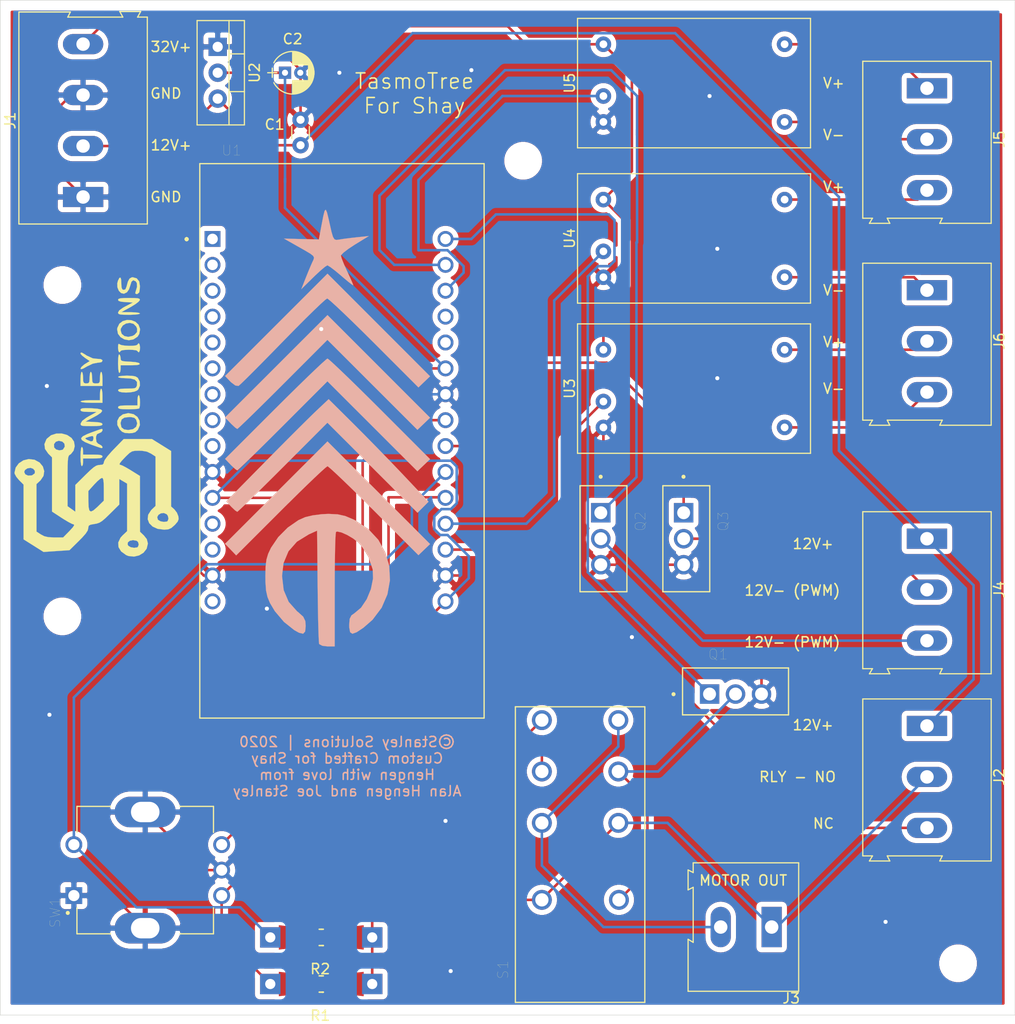
<source format=kicad_pcb>
(kicad_pcb (version 20171130) (host pcbnew "(5.1.8)-1")
  (layers (0 F.Cu signal) (31 B.Cu signal) (34 B.Paste user) (35 F.Paste user) (36 B.SilkS user) (37 F.SilkS user) (38 B.Mask user) (39 F.Mask user) (44 Edge.Cuts user))
  (net 0 "")
  (net 1 12VP)
  (net 2 GNDPWR)
  (net 3 "Net-(C2-Pad1)")
  (net 4 "Net-(J1-Pad4)")
  (net 5 "Net-(J2-Pad2)")
  (net 6 "Net-(J2-Pad3)")
  (net 7 "Net-(J3-Pad2)")
  (net 8 "Net-(J4-Pad2)")
  (net 9 "Net-(J4-Pad3)")
  (net 10 "Net-(J5-Pad1)")
  (net 11 "Net-(J5-Pad2)")
  (net 12 "Net-(J5-Pad3)")
  (net 13 "Net-(J6-Pad1)")
  (net 14 "Net-(J6-Pad2)")
  (net 15 "Net-(J6-Pad3)")
  (net 16 "Net-(Q1-Pad1)")
  (net 17 "Net-(Q1-Pad2)")
  (net 18 "Net-(Q2-Pad1)")
  (net 19 "Net-(Q3-Pad1)")
  (net 20 "Net-(R1-Pad2)")
  (net 21 "Net-(R2-Pad2)")
  (net 22 "Net-(SW1-PadB)")
  (net 23 "Net-(U1-Pad1)")
  (net 24 "Net-(U1-Pad2)")
  (net 25 "Net-(U1-Pad3)")
  (net 26 "Net-(U1-Pad4)")
  (net 27 "Net-(U1-Pad5)")
  (net 28 "Net-(U1-Pad6)")
  (net 29 "Net-(U1-Pad7)")
  (net 30 "Net-(U1-Pad8)")
  (net 31 "Net-(U1-Pad9)")
  (net 32 "Net-(U1-Pad12)")
  (net 33 "Net-(U1-Pad13)")
  (net 34 "Net-(U1-Pad15)")
  (net 35 "Net-(U1-Pad18)")
  (net 36 "Net-(U1-Pad19)")
  (net 37 "Net-(U1-Pad20)")
  (net 38 "Net-(U1-Pad27)")
  (net 39 "Net-(U1-Pad28)")
  (module TasmoTree:ESP8266_NODEMCU (layer F.Cu) (at 125.984 91.44)
    (fp_text reference U1 (at -10.829175 -28.446045) (layer F.SilkS) (effects (font (size 1.000386 1.000386) (thickness 0.015))))
    (fp_text value ESP8266)
    (pad 1 thru_hole rect (at -12.7 -19.76) (size 1.56 1.56) (drill 1.04) (layers *.Cu *.Mask) (net 23 "Net-(U1-Pad1)"))
    (pad 2 thru_hole circle (at -12.7 -17.22) (size 1.56 1.56) (drill 1.04) (layers *.Cu *.Mask) (net 24 "Net-(U1-Pad2)"))
    (pad 3 thru_hole circle (at -12.7 -14.68) (size 1.56 1.56) (drill 1.04) (layers *.Cu *.Mask) (net 25 "Net-(U1-Pad3)"))
    (pad 4 thru_hole circle (at -12.7 -12.14) (size 1.56 1.56) (drill 1.04) (layers *.Cu *.Mask) (net 26 "Net-(U1-Pad4)"))
    (pad 5 thru_hole circle (at -12.7 -9.6) (size 1.56 1.56) (drill 1.04) (layers *.Cu *.Mask) (net 27 "Net-(U1-Pad5)"))
    (pad 6 thru_hole circle (at -12.7 -7.06) (size 1.56 1.56) (drill 1.04) (layers *.Cu *.Mask) (net 28 "Net-(U1-Pad6)"))
    (pad 7 thru_hole circle (at -12.7 -4.52) (size 1.56 1.56) (drill 1.04) (layers *.Cu *.Mask) (net 29 "Net-(U1-Pad7)"))
    (pad 8 thru_hole circle (at -12.7 -1.98) (size 1.56 1.56) (drill 1.04) (layers *.Cu *.Mask) (net 30 "Net-(U1-Pad8)"))
    (pad 9 thru_hole circle (at -12.7 0.56) (size 1.56 1.56) (drill 1.04) (layers *.Cu *.Mask) (net 31 "Net-(U1-Pad9)"))
    (pad 10 thru_hole circle (at -12.7 3.1) (size 1.56 1.56) (drill 1.04) (layers *.Cu *.Mask) (net 2 GNDPWR))
    (pad 11 thru_hole circle (at -12.7 5.64) (size 1.56 1.56) (drill 1.04) (layers *.Cu *.Mask) (net 3 "Net-(C2-Pad1)"))
    (pad 12 thru_hole circle (at -12.7 8.18) (size 1.56 1.56) (drill 1.04) (layers *.Cu *.Mask) (net 32 "Net-(U1-Pad12)"))
    (pad 13 thru_hole circle (at -12.7 10.72) (size 1.56 1.56) (drill 1.04) (layers *.Cu *.Mask) (net 33 "Net-(U1-Pad13)"))
    (pad 14 thru_hole circle (at -12.7 13.26) (size 1.56 1.56) (drill 1.04) (layers *.Cu *.Mask) (net 2 GNDPWR))
    (pad 15 thru_hole circle (at -12.7 15.8) (size 1.56 1.56) (drill 1.04) (layers *.Cu *.Mask) (net 34 "Net-(U1-Pad15)"))
    (pad 16 thru_hole circle (at 10.16 -19.76) (size 1.56 1.56) (drill 1.04) (layers *.Cu *.Mask) (net 16 "Net-(Q1-Pad1)"))
    (pad 17 thru_hole circle (at 10.16 -17.22) (size 1.56 1.56) (drill 1.04) (layers *.Cu *.Mask) (net 18 "Net-(Q2-Pad1)"))
    (pad 18 thru_hole circle (at 10.16 -14.68) (size 1.56 1.56) (drill 1.04) (layers *.Cu *.Mask) (net 35 "Net-(U1-Pad18)"))
    (pad 19 thru_hole circle (at 10.16 -12.14) (size 1.56 1.56) (drill 1.04) (layers *.Cu *.Mask) (net 36 "Net-(U1-Pad19)"))
    (pad 20 thru_hole circle (at 10.16 -9.6) (size 1.56 1.56) (drill 1.04) (layers *.Cu *.Mask) (net 37 "Net-(U1-Pad20)"))
    (pad 21 thru_hole circle (at 10.16 -7.06) (size 1.56 1.56) (drill 1.04) (layers *.Cu *.Mask) (net 3 "Net-(C2-Pad1)"))
    (pad 22 thru_hole circle (at 10.16 -4.52) (size 1.56 1.56) (drill 1.04) (layers *.Cu *.Mask) (net 2 GNDPWR))
    (pad 23 thru_hole circle (at 10.16 -1.98) (size 1.56 1.56) (drill 1.04) (layers *.Cu *.Mask) (net 22 "Net-(SW1-PadB)"))
    (pad 24 thru_hole circle (at 10.16 0.56) (size 1.56 1.56) (drill 1.04) (layers *.Cu *.Mask) (net 19 "Net-(Q3-Pad1)"))
    (pad 25 thru_hole circle (at 10.16 3.1) (size 1.56 1.56) (drill 1.04) (layers *.Cu *.Mask) (net 21 "Net-(R2-Pad2)"))
    (pad 26 thru_hole circle (at 10.16 5.64) (size 1.56 1.56) (drill 1.04) (layers *.Cu *.Mask) (net 20 "Net-(R1-Pad2)"))
    (pad 27 thru_hole circle (at 10.16 8.18) (size 1.56 1.56) (drill 1.04) (layers *.Cu *.Mask) (net 38 "Net-(U1-Pad27)"))
    (pad 28 thru_hole circle (at 10.16 10.72) (size 1.56 1.56) (drill 1.04) (layers *.Cu *.Mask) (net 39 "Net-(U1-Pad28)"))
    (pad 29 thru_hole circle (at 10.16 13.26) (size 1.56 1.56) (drill 1.04) (layers *.Cu *.Mask) (net 2 GNDPWR))
    (pad 30 thru_hole circle (at 10.16 15.8) (size 1.56 1.56) (drill 1.04) (layers *.Cu *.Mask) (net 3 "Net-(C2-Pad1)"))
  )
  (module TasmoTree:RELAY_7-1393243-9 (layer F.Cu) (at 149.352 132.08 90)
    (fp_text reference S1 (at -11.29975 -7.56486 90) (layer F.SilkS) (effects (font (size 1.001307 1.001307) (thickness 0.015))))
    (fp_text value EC2-12NU)
    (pad A1 thru_hole circle (at -4.445 3.81 90) (size 1.95 1.95) (drill 1.3) (layers *.Cu *.Mask) (net 17 "Net-(Q1-Pad2)"))
    (pad A2 thru_hole circle (at -4.445 -3.75 90) (size 1.95 1.95) (drill 1.3) (layers *.Cu *.Mask) (net 5 "Net-(J2-Pad2)"))
    (pad 12 thru_hole circle (at 3.11 3.75 90) (size 1.95 1.95) (drill 1.3) (layers *.Cu *.Mask) (net 5 "Net-(J2-Pad2)"))
    (pad 22 thru_hole circle (at 3.11 -3.75 90) (size 1.95 1.95) (drill 1.3) (layers *.Cu *.Mask) (net 7 "Net-(J3-Pad2)"))
    (pad 11 thru_hole circle (at 8.15 3.75 90) (size 1.95 1.95) (drill 1.3) (layers *.Cu *.Mask) (net 17 "Net-(Q1-Pad2)"))
    (pad 21 thru_hole circle (at 8.15 -3.75 90) (size 1.95 1.95) (drill 1.3) (layers *.Cu *.Mask) (net 6 "Net-(J2-Pad3)"))
    (pad 14 thru_hole circle (at 13.19 3.75 90) (size 1.95 1.95) (drill 1.3) (layers *.Cu *.Mask) (net 7 "Net-(J3-Pad2)"))
    (pad 24 thru_hole circle (at 13.19 -3.75 90) (size 1.95 1.95) (drill 1.3) (layers *.Cu *.Mask) (net 5 "Net-(J2-Pad2)"))
  )
  (module TasmoTree:LDD-L-MEANWELL (layer F.Cu) (at 147.828 56.388 90)
    (fp_text reference U5 (at 0 0.5 90) (layer F.SilkS))
    (fp_text value LED-DRIVER)
    (pad 5 thru_hole circle (at -3.81 21.59 90) (size 1.524 1.524) (drill 0.762) (layers *.Cu *.Mask) (net 11 "Net-(J5-Pad2)"))
    (pad 6 thru_hole circle (at 3.81 21.59 90) (size 1.524 1.524) (drill 0.762) (layers *.Cu *.Mask) (net 10 "Net-(J5-Pad1)"))
    (pad 1 thru_hole circle (at 3.81 3.81 90) (size 1.524 1.524) (drill 0.762) (layers *.Cu *.Mask) (net 4 "Net-(J1-Pad4)"))
    (pad 3 thru_hole circle (at -1.27 3.81 90) (size 1.524 1.524) (drill 0.762) (layers *.Cu *.Mask) (net 35 "Net-(U1-Pad18)"))
    (pad 4 thru_hole circle (at -3.81 3.81 90) (size 1.524 1.524) (drill 0.762) (layers *.Cu *.Mask) (net 2 GNDPWR))
  )
  (module TasmoTree:LDD-L-MEANWELL (layer F.Cu) (at 147.828 71.628 90)
    (fp_text reference U4 (at 0 0.5 90) (layer F.SilkS))
    (fp_text value LED-DRIVER)
    (pad 5 thru_hole circle (at -3.81 21.59 90) (size 1.524 1.524) (drill 0.762) (layers *.Cu *.Mask) (net 13 "Net-(J6-Pad1)"))
    (pad 6 thru_hole circle (at 3.81 21.59 90) (size 1.524 1.524) (drill 0.762) (layers *.Cu *.Mask) (net 12 "Net-(J5-Pad3)"))
    (pad 1 thru_hole circle (at 3.81 3.81 90) (size 1.524 1.524) (drill 0.762) (layers *.Cu *.Mask) (net 4 "Net-(J1-Pad4)"))
    (pad 3 thru_hole circle (at -1.27 3.81 90) (size 1.524 1.524) (drill 0.762) (layers *.Cu *.Mask) (net 38 "Net-(U1-Pad27)"))
    (pad 4 thru_hole circle (at -3.81 3.81 90) (size 1.524 1.524) (drill 0.762) (layers *.Cu *.Mask) (net 2 GNDPWR))
  )
  (module TasmoTree:LDD-L-MEANWELL (layer F.Cu) (at 147.828 86.36 90)
    (fp_text reference U3 (at 0 0.5 90) (layer F.SilkS))
    (fp_text value LED-DRIVER)
    (pad 5 thru_hole circle (at -3.81 21.59 90) (size 1.524 1.524) (drill 0.762) (layers *.Cu *.Mask) (net 15 "Net-(J6-Pad3)"))
    (pad 6 thru_hole circle (at 3.81 21.59 90) (size 1.524 1.524) (drill 0.762) (layers *.Cu *.Mask) (net 14 "Net-(J6-Pad2)"))
    (pad 1 thru_hole circle (at 3.81 3.81 90) (size 1.524 1.524) (drill 0.762) (layers *.Cu *.Mask) (net 4 "Net-(J1-Pad4)"))
    (pad 3 thru_hole circle (at -1.27 3.81 90) (size 1.524 1.524) (drill 0.762) (layers *.Cu *.Mask) (net 39 "Net-(U1-Pad28)"))
    (pad 4 thru_hole circle (at -3.81 3.81 90) (size 1.524 1.524) (drill 0.762) (layers *.Cu *.Mask) (net 2 GNDPWR))
  )
  (module TasmoTree:TasmoTreeLogo (layer F.Cu) (at 124.46 89.916)
    (fp_text reference G*** hide)
    (fp_text value LOGO hide)
  )
  (module TasmoTree:StanleySolutionsPCB_m (layer F.Cu) (at 102.616 90.424 90)
    (fp_text reference G*** hide)
    (fp_text value LOGO hide)
  )
  (module Mounting_Holes:MountingHole_2.7mm (layer F.Cu) (at 143.764 64.008)
    (fp_text reference " " (at 0 -3.7) (layer F.SilkS))
    (fp_text value MountingHole_2.7mm)
    (pad 1 np_thru_hole circle (at 0 0) (size 2.7 2.7) (drill 2.7) (layers *.Cu *.Mask))
  )
  (module Mounting_Holes:MountingHole_2.7mm (layer F.Cu) (at 98.552 76.2)
    (fp_text reference " " (at 0 -3.7) (layer F.SilkS))
    (fp_text value MountingHole_2.7mm)
    (pad 1 np_thru_hole circle (at 0 0) (size 2.7 2.7) (drill 2.7) (layers *.Cu *.Mask))
  )
  (module Mounting_Holes:MountingHole_2.7mm (layer F.Cu) (at 98.552 108.712)
    (fp_text reference " " (at 0 -3.7) (layer F.SilkS))
    (fp_text value MountingHole_2.7mm)
    (pad 1 np_thru_hole circle (at 0 0) (size 2.7 2.7) (drill 2.7) (layers *.Cu *.Mask))
  )
  (module Mounting_Holes:MountingHole_2.7mm (layer F.Cu) (at 186.436 142.748)
    (fp_text reference " " (at 0 -3.7) (layer F.SilkS))
    (fp_text value MountingHole_2.7mm)
    (pad 1 np_thru_hole circle (at 0 0) (size 2.7 2.7) (drill 2.7) (layers *.Cu *.Mask))
  )
  (module TO_SOT_Packages_THT:TO-220-3_Vertical (layer F.Cu) (at 113.792 52.832 270)
    (fp_text reference U2 (at 2.54 -3.62 90) (layer F.SilkS))
    (fp_text value LD1117S33TR_SOT223)
    (pad 1 thru_hole rect (at 0 0 270) (size 1.8 1.8) (drill 1) (layers *.Cu *.Mask) (net 2 GNDPWR))
    (pad 2 thru_hole oval (at 2.54 0 270) (size 1.8 1.8) (drill 1) (layers *.Cu *.Mask) (net 3 "Net-(C2-Pad1)"))
    (pad 3 thru_hole oval (at 5.08 0 270) (size 1.8 1.8) (drill 1) (layers *.Cu *.Mask) (net 1 12VP))
  )
  (module TasmoTree:XDCR_PEC11R-4215F-S0024 (layer F.Cu) (at 106.68 133.604 90)
    (fp_text reference SW1 (at -4.175 -8.835 90) (layer F.SilkS) (effects (font (thickness 0.015))))
    (fp_text value Rotary_Encoder_Switch)
    (pad 1 thru_hole rect (at -2.5 -7 90) (size 1.65 1.65) (drill 1.1) (layers *.Cu *.Mask) (net 2 GNDPWR))
    (pad 2 thru_hole circle (at 2.5 -7 90) (size 1.65 1.65) (drill 1.1) (layers *.Cu *.Mask) (net 21 "Net-(R2-Pad2)"))
    (pad A thru_hole circle (at -2.5 7.5 90) (size 1.65 1.65) (drill 1.1) (layers *.Cu *.Mask) (net 20 "Net-(R1-Pad2)"))
    (pad COM thru_hole circle (at 0 7.5 90) (size 1.65 1.65) (drill 1.1) (layers *.Cu *.Mask) (net 2 GNDPWR))
    (pad B thru_hole circle (at 2.5 7.5 90) (size 1.65 1.65) (drill 1.1) (layers *.Cu *.Mask) (net 22 "Net-(SW1-PadB)"))
    (pad S1 thru_hole oval (at -5.7 0 90) (size 3 6) (drill oval 2 2.8) (layers *.Cu *.Mask) (net 2 GNDPWR))
    (pad S2 thru_hole oval (at 5.7 0 90) (size 3 6) (drill oval 2 2.8) (layers *.Cu *.Mask) (net 2 GNDPWR))
  )
  (module Resistors_Universal:Resistor_SMD+THTuniversal_0805to1206_RM10_HandSoldering (layer F.Cu) (at 123.952 140.208 180)
    (fp_text reference R2 (at 0.09906 -3.0988) (layer F.SilkS))
    (fp_text value R)
    (pad 1 smd trapezoid (at -2.413 0 180) (size 3.50012 1.99898) (rect_delta 0.39878 0) (layers F.Cu F.Paste F.Mask) (net 3 "Net-(C2-Pad1)"))
    (pad 2 smd trapezoid (at 2.413 0) (size 3.50012 1.99898) (rect_delta 0.39878 0) (layers F.Cu F.Paste F.Mask) (net 21 "Net-(R2-Pad2)"))
    (pad 1 thru_hole rect (at -5.00126 0) (size 1.99898 1.99898) (drill 1.00076) (layers *.Cu *.Mask) (net 3 "Net-(C2-Pad1)"))
    (pad 2 thru_hole rect (at 5.00126 0) (size 1.99898 1.99898) (drill 1.00076) (layers *.Cu *.Mask) (net 21 "Net-(R2-Pad2)"))
  )
  (module Resistors_Universal:Resistor_SMD+THTuniversal_0805to1206_RM10_HandSoldering (layer F.Cu) (at 123.952 144.78 180)
    (fp_text reference R1 (at 0.09906 -3.0988) (layer F.SilkS))
    (fp_text value R)
    (pad 1 smd trapezoid (at -2.413 0 180) (size 3.50012 1.99898) (rect_delta 0.39878 0) (layers F.Cu F.Paste F.Mask) (net 3 "Net-(C2-Pad1)"))
    (pad 2 smd trapezoid (at 2.413 0) (size 3.50012 1.99898) (rect_delta 0.39878 0) (layers F.Cu F.Paste F.Mask) (net 20 "Net-(R1-Pad2)"))
    (pad 1 thru_hole rect (at -5.00126 0) (size 1.99898 1.99898) (drill 1.00076) (layers *.Cu *.Mask) (net 3 "Net-(C2-Pad1)"))
    (pad 2 thru_hole rect (at 5.00126 0) (size 1.99898 1.99898) (drill 1.00076) (layers *.Cu *.Mask) (net 20 "Net-(R1-Pad2)"))
  )
  (module TasmoTree:TO255P1040X460X2890-3 (layer F.Cu) (at 159.512 98.542 270)
    (fp_text reference Q3 (at 0.84 -3.885 90) (layer F.SilkS) (effects (font (thickness 0.015))))
    (fp_text value PSMN027-100PS)
    (pad 1 thru_hole rect (at 0 0 270) (size 1.91 1.91) (drill 1.27) (layers *.Cu *.Mask) (net 19 "Net-(Q3-Pad1)"))
    (pad 2 thru_hole circle (at 2.55 0 270) (size 1.91 1.91) (drill 1.27) (layers *.Cu *.Mask) (net 8 "Net-(J4-Pad2)"))
    (pad 3 thru_hole circle (at 5.1 0 270) (size 1.91 1.91) (drill 1.27) (layers *.Cu *.Mask) (net 2 GNDPWR))
  )
  (module TasmoTree:TO255P1040X460X2890-3 (layer F.Cu) (at 151.384 98.542 270)
    (fp_text reference Q2 (at 0.84 -3.885 90) (layer F.SilkS) (effects (font (thickness 0.015))))
    (fp_text value PSMN027-100PS)
    (pad 1 thru_hole rect (at 0 0 270) (size 1.91 1.91) (drill 1.27) (layers *.Cu *.Mask) (net 18 "Net-(Q2-Pad1)"))
    (pad 2 thru_hole circle (at 2.55 0 270) (size 1.91 1.91) (drill 1.27) (layers *.Cu *.Mask) (net 9 "Net-(J4-Pad3)"))
    (pad 3 thru_hole circle (at 5.1 0 270) (size 1.91 1.91) (drill 1.27) (layers *.Cu *.Mask) (net 2 GNDPWR))
  )
  (module TasmoTree:TO255P1040X460X2890-3 (layer F.Cu) (at 162.052 116.332)
    (fp_text reference Q1 (at 0.84 -3.885) (layer F.SilkS) (effects (font (thickness 0.015))))
    (fp_text value PSMN027-100PS)
    (pad 1 thru_hole rect (at 0 0) (size 1.91 1.91) (drill 1.27) (layers *.Cu *.Mask) (net 16 "Net-(Q1-Pad1)"))
    (pad 2 thru_hole circle (at 2.55 0) (size 1.91 1.91) (drill 1.27) (layers *.Cu *.Mask) (net 17 "Net-(Q1-Pad2)"))
    (pad 3 thru_hole circle (at 5.1 0) (size 1.91 1.91) (drill 1.27) (layers *.Cu *.Mask) (net 2 GNDPWR))
  )
  (module Connectors_Terminal_Blocks:TerminalBlock_Altech_AK300-3_P5.00mm (layer F.Cu) (at 183.388 76.708 270)
    (fp_text reference J6 (at 5 -7.1 90) (layer F.SilkS))
    (fp_text value LED_CONN_2)
    (pad 1 thru_hole rect (at 0 0 270) (size 1.98 3.96) (drill 1.32) (layers *.Cu *.Mask) (net 13 "Net-(J6-Pad1)"))
    (pad 2 thru_hole oval (at 5 0 270) (size 1.98 3.96) (drill 1.32) (layers *.Cu *.Mask) (net 14 "Net-(J6-Pad2)"))
    (pad 3 thru_hole oval (at 10 0 270) (size 1.98 3.96) (drill 1.32) (layers *.Cu *.Mask) (net 15 "Net-(J6-Pad3)"))
  )
  (module Connectors_Terminal_Blocks:TerminalBlock_Altech_AK300-3_P5.00mm (layer F.Cu) (at 183.388 56.896 270)
    (fp_text reference J5 (at 5 -7.1 90) (layer F.SilkS))
    (fp_text value LED_CONN_1)
    (pad 1 thru_hole rect (at 0 0 270) (size 1.98 3.96) (drill 1.32) (layers *.Cu *.Mask) (net 10 "Net-(J5-Pad1)"))
    (pad 2 thru_hole oval (at 5 0 270) (size 1.98 3.96) (drill 1.32) (layers *.Cu *.Mask) (net 11 "Net-(J5-Pad2)"))
    (pad 3 thru_hole oval (at 10 0 270) (size 1.98 3.96) (drill 1.32) (layers *.Cu *.Mask) (net 12 "Net-(J5-Pad3)"))
  )
  (module Connectors_Terminal_Blocks:TerminalBlock_Altech_AK300-3_P5.00mm (layer F.Cu) (at 183.388 101.092 270)
    (fp_text reference J4 (at 5 -7.1 90) (layer F.SilkS))
    (fp_text value LED_5MM_CONN)
    (pad 1 thru_hole rect (at 0 0 270) (size 1.98 3.96) (drill 1.32) (layers *.Cu *.Mask) (net 1 12VP))
    (pad 2 thru_hole oval (at 5 0 270) (size 1.98 3.96) (drill 1.32) (layers *.Cu *.Mask) (net 8 "Net-(J4-Pad2)"))
    (pad 3 thru_hole oval (at 10 0 270) (size 1.98 3.96) (drill 1.32) (layers *.Cu *.Mask) (net 9 "Net-(J4-Pad3)"))
  )
  (module Connectors_Terminal_Blocks:TerminalBlock_Altech_AK300-2_P5.00mm (layer F.Cu) (at 168.148 139.192 180)
    (fp_text reference J3 (at -1.92 -6.99) (layer F.SilkS))
    (fp_text value MOTOR_POWER)
    (pad 1 thru_hole rect (at 0 0 180) (size 1.98 3.96) (drill 1.32) (layers *.Cu *.Mask) (net 5 "Net-(J2-Pad2)"))
    (pad 2 thru_hole oval (at 5 0 180) (size 1.98 3.96) (drill 1.32) (layers *.Cu *.Mask) (net 7 "Net-(J3-Pad2)"))
  )
  (module Connectors_Terminal_Blocks:TerminalBlock_Altech_AK300-3_P5.00mm (layer F.Cu) (at 183.388 119.46 270)
    (fp_text reference J2 (at 5 -7.1 90) (layer F.SilkS))
    (fp_text value MOT_SW_CONN)
    (pad 1 thru_hole rect (at 0 0 270) (size 1.98 3.96) (drill 1.32) (layers *.Cu *.Mask) (net 1 12VP))
    (pad 2 thru_hole oval (at 5 0 270) (size 1.98 3.96) (drill 1.32) (layers *.Cu *.Mask) (net 5 "Net-(J2-Pad2)"))
    (pad 3 thru_hole oval (at 10 0 270) (size 1.98 3.96) (drill 1.32) (layers *.Cu *.Mask) (net 6 "Net-(J2-Pad3)"))
  )
  (module Connectors_Terminal_Blocks:TerminalBlock_Altech_AK300-4_P5.00mm (layer F.Cu) (at 100.584 67.564 90)
    (fp_text reference J1 (at 7.5 -7.15 90) (layer F.SilkS))
    (fp_text value POWER_IN)
    (pad 1 thru_hole rect (at 0 0 90) (size 1.98 3.96) (drill 1.32) (layers *.Cu *.Mask) (net 2 GNDPWR))
    (pad 2 thru_hole oval (at 5 0 90) (size 1.98 3.96) (drill 1.32) (layers *.Cu *.Mask) (net 1 12VP))
    (pad 4 thru_hole oval (at 15 0 90) (size 1.98 3.96) (drill 1.32) (layers *.Cu *.Mask) (net 4 "Net-(J1-Pad4)"))
    (pad 3 thru_hole oval (at 10 0 90) (size 1.98 3.96) (drill 1.32) (layers *.Cu *.Mask) (net 2 GNDPWR))
  )
  (module Capacitors_THT:CP_Radial_D4.0mm_P1.50mm (layer F.Cu) (at 120.396 55.372)
    (fp_text reference C2 (at 0.75 -3.31) (layer F.SilkS))
    (fp_text value 10uF)
    (pad 2 thru_hole circle (at 1.5 0) (size 1.2 1.2) (drill 0.6) (layers *.Cu *.Mask) (net 2 GNDPWR))
    (pad 1 thru_hole rect (at 0 0) (size 1.2 1.2) (drill 0.6) (layers *.Cu *.Mask) (net 3 "Net-(C2-Pad1)"))
  )
  (module Capacitors_THT:C_Disc_D3.0mm_W1.6mm_P2.50mm (layer F.Cu) (at 121.92 62.484 90)
    (fp_text reference C1 (at 2.032 -2.54 180) (layer F.SilkS))
    (fp_text value 100nF)
    (pad 1 thru_hole circle (at 0 0 90) (size 1.6 1.6) (drill 0.8) (layers *.Cu *.Mask) (net 1 12VP))
    (pad 2 thru_hole circle (at 2.5 0 90) (size 1.6 1.6) (drill 0.8) (layers *.Cu *.Mask) (net 2 GNDPWR))
  )
  (gr_text "MOTOR OUT" (at 165.354 134.62) (layer F.SilkS) (effects (font (size 1 1))))
  (gr_text "TasmoTree\nFor Shay" (at 133.096 57.404) (layer F.SilkS) (effects (font (size 1.5 1.5))))
  (gr_text "©Stanley Solutions | 2020\nCustom Crafted for Shay\nHengen with love from\nAlan Hengen and Joe Stanley" (at 126.492 123.444) (layer B.SilkS) (effects (font (size 1 1)) (justify mirror)))
  (gr_text • (at 110.744 71.628) (layer F.SilkS) (effects (font (size 1 1))))
  (gr_text 32V+ (at 109.22 52.832) (layer F.SilkS) (effects (font (size 1 1))))
  (gr_text 12V+ (at 109.22 62.484) (layer F.SilkS) (effects (font (size 1 1))))
  (gr_text GND (at 108.712 57.404) (layer F.SilkS) (effects (font (size 1 1))))
  (gr_text GND (at 108.712 67.564) (layer F.SilkS) (effects (font (size 1 1))))
  (gr_text NC (at 173.228 129.032) (layer F.SilkS) (effects (font (size 1 1))))
  (gr_text "RLY - NO" (at 170.688 124.46) (layer F.SilkS) (effects (font (size 1 1))))
  (gr_text 12V+ (at 172.212 119.38) (layer F.SilkS) (effects (font (size 1 1))))
  (gr_text "12V- (PWM)\n" (at 170.18 111.252) (layer F.SilkS) (effects (font (size 1 1))))
  (gr_text "12V- (PWM)" (at 170.18 106.172) (layer F.SilkS) (effects (font (size 1 1))))
  (gr_text 12V+ (at 172.212 101.6) (layer F.SilkS) (effects (font (size 1 1))))
  (gr_text V- (at 174.244 86.36) (layer F.SilkS) (effects (font (size 1 1))))
  (gr_text V+ (at 174.244 81.788) (layer F.SilkS) (effects (font (size 1 1))))
  (gr_text V- (at 174.244 76.708) (layer F.SilkS) (effects (font (size 1 1))))
  (gr_text V+ (at 174.244 66.548) (layer F.SilkS) (effects (font (size 1 1))))
  (gr_text V- (at 174.244 61.468) (layer F.SilkS) (effects (font (size 1 1))))
  (gr_text V+ (at 174.244 56.388) (layer F.SilkS) (effects (font (size 1 1))))
  (gr_line (start 92.456 48.26) (end 92.456 147.828) (layer Edge.Cuts) (width 0.05))
  (gr_line (start 192.024 48.26) (end 92.456 48.26) (layer Edge.Cuts) (width 0.05))
  (gr_line (start 192.024 147.828) (end 192.024 48.26) (layer Edge.Cuts) (width 0.05))
  (gr_line (start 92.456 147.828) (end 192.024 147.828) (layer Edge.Cuts) (width 0.05))
  (segment (start 109.14 62.564) (end 113.792 57.912) (width 0.25) (layer F.Cu) (net 1))
  (segment (start 100.584 62.564) (end 109.14 62.564) (width 0.25) (layer F.Cu) (net 1))
  (segment (start 113.792 57.912) (end 118.364 62.484) (width 0.25) (layer F.Cu) (net 1))
  (segment (start 118.364 62.484) (end 121.92 62.484) (width 0.25) (layer F.Cu) (net 1))
  (segment (start 183.388 101.092) (end 187.96 105.664) (width 0.25) (layer B.Cu) (net 1))
  (segment (start 187.96 114.888) (end 183.388 119.46) (width 0.25) (layer B.Cu) (net 1))
  (segment (start 187.96 105.664) (end 187.96 114.888) (width 0.25) (layer B.Cu) (net 1))
  (segment (start 132.913001 51.490999) (end 121.92 62.484) (width 0.25) (layer B.Cu) (net 1))
  (segment (start 158.678999 51.490999) (end 132.913001 51.490999) (width 0.25) (layer B.Cu) (net 1))
  (segment (start 174.752 67.564) (end 158.678999 51.490999) (width 0.25) (layer B.Cu) (net 1))
  (segment (start 174.752 92.456) (end 174.752 67.564) (width 0.25) (layer B.Cu) (net 1))
  (segment (start 183.388 101.092) (end 174.752 92.456) (width 0.25) (layer B.Cu) (net 1))
  (segment (start 100.584 81.84) (end 100.584 67.564) (width 0.25) (layer F.Cu) (net 2))
  (segment (start 113.284 94.54) (end 100.584 81.84) (width 0.25) (layer F.Cu) (net 2))
  (segment (start 121.92 55.396) (end 121.896 55.372) (width 0.25) (layer F.Cu) (net 2))
  (segment (start 121.92 59.984) (end 121.92 55.396) (width 0.25) (layer F.Cu) (net 2))
  (segment (start 100.584 57.564) (end 99.408 57.564) (width 0.25) (layer F.Cu) (net 2))
  (segment (start 99.408 57.564) (end 96.012 60.96) (width 0.25) (layer F.Cu) (net 2))
  (segment (start 96.012 62.992) (end 100.584 67.564) (width 0.25) (layer F.Cu) (net 2))
  (segment (start 96.012 60.96) (end 96.012 62.992) (width 0.25) (layer F.Cu) (net 2))
  (segment (start 100.584 57.564) (end 104.996 57.564) (width 0.25) (layer F.Cu) (net 2))
  (segment (start 109.728 52.832) (end 113.792 52.832) (width 0.25) (layer F.Cu) (net 2))
  (segment (start 104.996 57.564) (end 109.728 52.832) (width 0.25) (layer F.Cu) (net 2))
  (segment (start 121.896 55.086998) (end 121.896 55.372) (width 0.25) (layer F.Cu) (net 2))
  (segment (start 119.641002 52.832) (end 121.896 55.086998) (width 0.25) (layer F.Cu) (net 2))
  (segment (start 113.792 52.832) (end 119.641002 52.832) (width 0.25) (layer F.Cu) (net 2))
  (segment (start 113.284 94.54) (end 110.796 97.028) (width 0.25) (layer F.Cu) (net 2))
  (segment (start 110.796 97.028) (end 110.796 103.072) (width 0.25) (layer F.Cu) (net 2))
  (segment (start 112.424 104.7) (end 113.284 104.7) (width 0.25) (layer F.Cu) (net 2))
  (segment (start 110.796 103.072) (end 112.424 104.7) (width 0.25) (layer F.Cu) (net 2))
  (segment (start 106.68 111.304) (end 106.68 127.904) (width 0.25) (layer F.Cu) (net 2))
  (segment (start 113.284 104.7) (end 106.68 111.304) (width 0.25) (layer F.Cu) (net 2))
  (segment (start 106.68 127.904) (end 106.68 139.304) (width 0.25) (layer F.Cu) (net 2))
  (segment (start 112.38 133.604) (end 106.68 127.904) (width 0.25) (layer F.Cu) (net 2))
  (segment (start 114.18 133.604) (end 112.38 133.604) (width 0.25) (layer F.Cu) (net 2))
  (segment (start 167.152 111.282) (end 159.512 103.642) (width 0.25) (layer F.Cu) (net 2))
  (segment (start 167.152 116.332) (end 167.152 111.282) (width 0.25) (layer F.Cu) (net 2))
  (segment (start 151.384 103.642) (end 159.512 103.642) (width 0.25) (layer F.Cu) (net 2))
  (segment (start 151.638 52.578) (end 154.432 55.372) (width 0.25) (layer F.Cu) (net 4))
  (segment (start 154.432 55.372) (end 154.432 65.024) (width 0.25) (layer F.Cu) (net 4))
  (segment (start 103.48 136.104) (end 106.68 139.304) (width 0.25) (layer F.Cu) (net 2))
  (segment (start 99.68 136.104) (end 103.48 136.104) (width 0.25) (layer F.Cu) (net 2))
  (segment (start 151.638 90.17) (end 153.924 87.884) (width 0.25) (layer B.Cu) (net 2))
  (segment (start 153.924 77.724) (end 151.638 75.438) (width 0.25) (layer B.Cu) (net 2))
  (segment (start 153.924 87.884) (end 153.924 77.724) (width 0.25) (layer B.Cu) (net 2))
  (segment (start 151.638 90.17) (end 151.638 93.98) (width 0.25) (layer F.Cu) (net 2))
  (segment (start 151.638 93.98) (end 148.59 97.028) (width 0.25) (layer F.Cu) (net 2))
  (segment (start 148.59 100.848) (end 151.384 103.642) (width 0.25) (layer F.Cu) (net 2))
  (segment (start 148.59 97.028) (end 148.59 100.848) (width 0.25) (layer F.Cu) (net 2))
  (segment (start 150.326 104.7) (end 151.384 103.642) (width 0.25) (layer F.Cu) (net 2))
  (segment (start 136.144 104.7) (end 150.326 104.7) (width 0.25) (layer F.Cu) (net 2))
  (segment (start 136.144 104.7) (end 119.888 120.956) (width 0.25) (layer B.Cu) (net 2))
  (segment (start 119.888 127.896) (end 114.18 133.604) (width 0.25) (layer B.Cu) (net 2))
  (segment (start 119.888 120.956) (end 119.888 127.896) (width 0.25) (layer B.Cu) (net 2))
  (segment (start 120.904 86.92) (end 136.144 86.92) (width 0.25) (layer B.Cu) (net 2))
  (segment (start 113.284 94.54) (end 120.904 86.92) (width 0.25) (layer B.Cu) (net 2))
  (segment (start 113.792 55.372) (end 120.396 55.372) (width 0.25) (layer F.Cu) (net 3))
  (segment (start 128.95326 144.78) (end 128.95326 140.208) (width 0.25) (layer F.Cu) (net 3))
  (segment (start 128.95326 140.208) (end 128.95326 124.53874) (width 0.25) (layer F.Cu) (net 3))
  (segment (start 128.95326 124.53874) (end 133.096 120.396) (width 0.25) (layer F.Cu) (net 3))
  (segment (start 128.95326 140.208) (end 126.365 140.208) (width 0.25) (layer F.Cu) (net 3))
  (segment (start 128.95326 144.78) (end 126.365 144.78) (width 0.25) (layer F.Cu) (net 3))
  (segment (start 133.096 110.288) (end 136.144 107.24) (width 0.25) (layer F.Cu) (net 3))
  (segment (start 133.096 113.03) (end 133.096 110.288) (width 0.25) (layer F.Cu) (net 3))
  (segment (start 133.096 120.396) (end 133.096 113.03) (width 0.25) (layer F.Cu) (net 3))
  (segment (start 133.096 113.03) (end 133.096 112.828) (width 0.25) (layer F.Cu) (net 3))
  (segment (start 120.396 68.632) (end 120.396 65.786) (width 0.25) (layer B.Cu) (net 3))
  (segment (start 136.144 84.38) (end 120.396 68.632) (width 0.25) (layer B.Cu) (net 3))
  (segment (start 120.396 65.786) (end 120.396 55.372) (width 0.25) (layer B.Cu) (net 3))
  (segment (start 120.396 66.092) (end 120.396 65.786) (width 0.25) (layer B.Cu) (net 3))
  (segment (start 120.344 97.08) (end 113.284 97.08) (width 0.25) (layer F.Cu) (net 3))
  (segment (start 133.044 84.38) (end 120.344 97.08) (width 0.25) (layer F.Cu) (net 3))
  (segment (start 136.144 84.38) (end 133.044 84.38) (width 0.25) (layer F.Cu) (net 3))
  (segment (start 136.144 107.24) (end 138.43 104.954) (width 0.25) (layer B.Cu) (net 3))
  (segment (start 116.929001 93.434999) (end 113.284 97.08) (width 0.25) (layer B.Cu) (net 3))
  (segment (start 136.674401 93.434999) (end 116.929001 93.434999) (width 0.25) (layer B.Cu) (net 3))
  (segment (start 137.249001 97.610401) (end 137.249001 94.009599) (width 0.25) (layer B.Cu) (net 3))
  (segment (start 136.674401 98.185001) (end 137.249001 97.610401) (width 0.25) (layer B.Cu) (net 3))
  (segment (start 135.748999 98.185001) (end 136.674401 98.185001) (width 0.25) (layer B.Cu) (net 3))
  (segment (start 137.249001 94.009599) (end 136.674401 93.434999) (width 0.25) (layer B.Cu) (net 3))
  (segment (start 135.038999 98.895001) (end 135.748999 98.185001) (width 0.25) (layer B.Cu) (net 3))
  (segment (start 135.613599 100.725001) (end 135.038999 100.150401) (width 0.25) (layer B.Cu) (net 3))
  (segment (start 136.344403 100.725001) (end 135.613599 100.725001) (width 0.25) (layer B.Cu) (net 3))
  (segment (start 138.43 102.810598) (end 136.344403 100.725001) (width 0.25) (layer B.Cu) (net 3))
  (segment (start 135.038999 100.150401) (end 135.038999 98.895001) (width 0.25) (layer B.Cu) (net 3))
  (segment (start 138.43 104.954) (end 138.43 102.810598) (width 0.25) (layer B.Cu) (net 3))
  (segment (start 100.584 52.564) (end 102.348 50.8) (width 0.25) (layer F.Cu) (net 4))
  (segment (start 102.348 50.8) (end 142.24 50.8) (width 0.25) (layer F.Cu) (net 4))
  (segment (start 149.352 73.152) (end 151.638 75.438) (width 0.25) (layer F.Cu) (net 2))
  (segment (start 149.352 62.484) (end 149.352 73.152) (width 0.25) (layer F.Cu) (net 2))
  (segment (start 149.352 62.484) (end 151.638 60.198) (width 0.25) (layer F.Cu) (net 2))
  (via (at 162.052 57.658) (size 0.8) (drill 0.4) (layers F.Cu B.Cu) (net 2))
  (via (at 162.814 72.644) (size 0.8) (drill 0.4) (layers F.Cu B.Cu) (net 2))
  (via (at 162.814 85.344) (size 0.8) (drill 0.4) (layers F.Cu B.Cu) (net 2))
  (via (at 125.73 55.372) (size 0.8) (drill 0.4) (layers F.Cu B.Cu) (net 2))
  (via (at 97.282 118.364) (size 0.8) (drill 0.4) (layers F.Cu B.Cu) (net 2))
  (via (at 97.028 86.106) (size 0.8) (drill 0.4) (layers F.Cu B.Cu) (net 2))
  (via (at 136.652 143.51) (size 0.8) (drill 0.4) (layers F.Cu B.Cu) (net 2))
  (via (at 136.144 128.778) (size 0.8) (drill 0.4) (layers F.Cu B.Cu) (net 2))
  (via (at 154.432 110.744) (size 0.8) (drill 0.4) (layers F.Cu B.Cu) (net 2))
  (via (at 179.324 138.684) (size 0.8) (drill 0.4) (layers F.Cu B.Cu) (net 2))
  (via (at 118.618 107.95) (size 0.8) (drill 0.4) (layers F.Cu B.Cu) (net 2))
  (via (at 123.952 80.518) (size 0.8) (drill 0.4) (layers F.Cu B.Cu) (net 2))
  (via (at 138.684 55.118) (size 0.8) (drill 0.4) (layers F.Cu B.Cu) (net 2))
  (segment (start 151.638 82.55) (end 151.638 78.232) (width 0.25) (layer F.Cu) (net 4))
  (segment (start 151.638 78.232) (end 153.67 76.2) (width 0.25) (layer F.Cu) (net 4))
  (segment (start 153.67 69.85) (end 151.638 67.818) (width 0.25) (layer F.Cu) (net 4))
  (segment (start 153.67 76.2) (end 153.67 69.85) (width 0.25) (layer F.Cu) (net 4))
  (segment (start 151.638 67.818) (end 154.432 65.024) (width 0.25) (layer F.Cu) (net 4))
  (segment (start 144.018 52.578) (end 142.24 50.8) (width 0.25) (layer F.Cu) (net 4))
  (segment (start 151.638 52.578) (end 144.018 52.578) (width 0.25) (layer F.Cu) (net 4))
  (segment (start 145.602 118.89) (end 142.572 121.92) (width 0.25) (layer F.Cu) (net 5))
  (segment (start 145.602 136.47) (end 153.102 128.97) (width 0.25) (layer F.Cu) (net 5))
  (segment (start 157.926 128.97) (end 168.148 139.192) (width 0.25) (layer B.Cu) (net 5))
  (segment (start 153.102 128.97) (end 157.926 128.97) (width 0.25) (layer B.Cu) (net 5))
  (segment (start 168.656 139.192) (end 183.388 124.46) (width 0.25) (layer B.Cu) (net 5))
  (segment (start 168.148 139.192) (end 168.656 139.192) (width 0.25) (layer B.Cu) (net 5))
  (segment (start 144.087998 136.525) (end 145.602 136.525) (width 0.25) (layer F.Cu) (net 5))
  (segment (start 142.572 135.009002) (end 144.087998 136.525) (width 0.25) (layer F.Cu) (net 5))
  (segment (start 142.572 121.92) (end 142.572 135.009002) (width 0.25) (layer F.Cu) (net 5))
  (segment (start 172.684998 129.46) (end 183.388 129.46) (width 0.25) (layer F.Cu) (net 6))
  (segment (start 160.064998 116.84) (end 172.684998 129.46) (width 0.25) (layer F.Cu) (net 6))
  (segment (start 150.368 116.84) (end 160.064998 116.84) (width 0.25) (layer F.Cu) (net 6))
  (segment (start 145.602 121.606) (end 150.368 116.84) (width 0.25) (layer F.Cu) (net 6))
  (segment (start 145.602 123.93) (end 145.602 121.606) (width 0.25) (layer F.Cu) (net 6))
  (segment (start 153.102 121.47) (end 153.102 118.89) (width 0.25) (layer B.Cu) (net 7))
  (segment (start 145.602 128.97) (end 153.102 121.47) (width 0.25) (layer B.Cu) (net 7))
  (segment (start 145.602 128.97) (end 145.602 133.156) (width 0.25) (layer B.Cu) (net 7))
  (segment (start 151.638 139.192) (end 156.21 139.192) (width 0.25) (layer B.Cu) (net 7))
  (segment (start 145.602 133.156) (end 151.638 139.192) (width 0.25) (layer B.Cu) (net 7))
  (segment (start 156.21 139.192) (end 163.148 139.192) (width 0.25) (layer B.Cu) (net 7))
  (segment (start 155.824 139.192) (end 156.21 139.192) (width 0.25) (layer B.Cu) (net 7))
  (segment (start 178.388 101.092) (end 183.388 106.092) (width 0.25) (layer F.Cu) (net 8))
  (segment (start 159.512 101.092) (end 178.388 101.092) (width 0.25) (layer F.Cu) (net 8))
  (segment (start 161.384 111.092) (end 183.388 111.092) (width 0.25) (layer B.Cu) (net 9))
  (segment (start 151.384 101.092) (end 161.384 111.092) (width 0.25) (layer B.Cu) (net 9))
  (segment (start 179.07 52.578) (end 183.388 56.896) (width 0.25) (layer F.Cu) (net 10))
  (segment (start 169.418 52.578) (end 179.07 52.578) (width 0.25) (layer F.Cu) (net 10))
  (segment (start 169.418 60.198) (end 172.466 60.198) (width 0.25) (layer F.Cu) (net 11))
  (segment (start 174.164 61.896) (end 183.388 61.896) (width 0.25) (layer F.Cu) (net 11))
  (segment (start 172.466 60.198) (end 174.164 61.896) (width 0.25) (layer F.Cu) (net 11))
  (segment (start 182.466 67.818) (end 183.388 66.896) (width 0.25) (layer F.Cu) (net 12))
  (segment (start 169.418 67.818) (end 182.466 67.818) (width 0.25) (layer F.Cu) (net 12))
  (segment (start 182.118 75.438) (end 183.388 76.708) (width 0.25) (layer F.Cu) (net 13))
  (segment (start 169.418 75.438) (end 182.118 75.438) (width 0.25) (layer F.Cu) (net 13))
  (segment (start 182.546 82.55) (end 183.388 81.708) (width 0.25) (layer F.Cu) (net 14))
  (segment (start 169.418 82.55) (end 182.546 82.55) (width 0.25) (layer F.Cu) (net 14))
  (segment (start 179.926 90.17) (end 183.388 86.708) (width 0.25) (layer F.Cu) (net 15))
  (segment (start 169.418 90.17) (end 179.926 90.17) (width 0.25) (layer F.Cu) (net 15))
  (segment (start 141.093001 69.270999) (end 138.684 71.68) (width 0.25) (layer B.Cu) (net 16))
  (segment (start 152.159761 69.270999) (end 141.093001 69.270999) (width 0.25) (layer B.Cu) (net 16))
  (segment (start 152.725001 69.836239) (end 152.159761 69.270999) (width 0.25) (layer B.Cu) (net 16))
  (segment (start 152.725001 73.842999) (end 152.725001 69.836239) (width 0.25) (layer B.Cu) (net 16))
  (segment (start 138.684 71.68) (end 136.144 71.68) (width 0.25) (layer B.Cu) (net 16))
  (segment (start 152.217001 74.350999) (end 152.725001 73.842999) (width 0.25) (layer B.Cu) (net 16))
  (segment (start 150.103999 75.363239) (end 151.116239 74.350999) (width 0.25) (layer B.Cu) (net 16))
  (segment (start 150.103999 104.383999) (end 150.103999 75.363239) (width 0.25) (layer B.Cu) (net 16))
  (segment (start 151.116239 74.350999) (end 152.217001 74.350999) (width 0.25) (layer B.Cu) (net 16))
  (segment (start 162.052 116.332) (end 150.103999 104.383999) (width 0.25) (layer B.Cu) (net 16))
  (segment (start 157.004 123.93) (end 164.602 116.332) (width 0.25) (layer B.Cu) (net 17))
  (segment (start 153.102 123.93) (end 157.004 123.93) (width 0.25) (layer B.Cu) (net 17))
  (segment (start 155.956 126.784) (end 153.102 123.93) (width 0.25) (layer F.Cu) (net 17))
  (segment (start 155.956 133.731) (end 153.162 136.525) (width 0.25) (layer F.Cu) (net 17))
  (segment (start 155.956 126.784) (end 155.956 133.731) (width 0.25) (layer F.Cu) (net 17))
  (segment (start 154.882009 95.043991) (end 151.384 98.542) (width 0.25) (layer B.Cu) (net 18))
  (segment (start 154.882009 72.078009) (end 154.882009 95.043991) (width 0.25) (layer B.Cu) (net 18))
  (segment (start 154.94 72.020018) (end 154.882009 72.078009) (width 0.25) (layer B.Cu) (net 18))
  (segment (start 154.882009 71.993247) (end 154.882009 72.078009) (width 0.25) (layer B.Cu) (net 18))
  (segment (start 154.94 57.658) (end 154.94 61.468) (width 0.25) (layer B.Cu) (net 18))
  (segment (start 152.4 55.118) (end 154.94 57.658) (width 0.25) (layer B.Cu) (net 18))
  (segment (start 141.986 55.118) (end 152.4 55.118) (width 0.25) (layer B.Cu) (net 18))
  (segment (start 129.667 67.437) (end 141.986 55.118) (width 0.25) (layer B.Cu) (net 18))
  (segment (start 131.116 74.22) (end 129.667 72.771) (width 0.25) (layer B.Cu) (net 18))
  (segment (start 129.667 72.771) (end 129.667 67.437) (width 0.25) (layer B.Cu) (net 18))
  (segment (start 136.144 74.22) (end 131.116 74.22) (width 0.25) (layer B.Cu) (net 18))
  (segment (start 154.94 61.468) (end 154.94 72.020018) (width 0.25) (layer B.Cu) (net 18))
  (segment (start 154.94 60.96) (end 154.94 61.468) (width 0.25) (layer B.Cu) (net 18))
  (segment (start 138.684 92) (end 141.224 89.46) (width 0.25) (layer F.Cu) (net 19))
  (segment (start 141.224 89.46) (end 141.224 86.868) (width 0.25) (layer F.Cu) (net 19))
  (segment (start 141.224 86.868) (end 144.272 83.82) (width 0.25) (layer F.Cu) (net 19))
  (segment (start 159.512 91.355238) (end 159.512 98.542) (width 0.25) (layer F.Cu) (net 19))
  (segment (start 151.976762 83.82) (end 159.512 91.355238) (width 0.25) (layer F.Cu) (net 19))
  (segment (start 144.272 83.82) (end 151.976762 83.82) (width 0.25) (layer F.Cu) (net 19))
  (segment (start 114.18 136.104) (end 130.556 119.728) (width 0.25) (layer F.Cu) (net 20))
  (segment (start 130.556 119.728) (end 130.556 97.028) (width 0.25) (layer F.Cu) (net 20))
  (segment (start 114.18 140.00926) (end 118.95074 144.78) (width 0.25) (layer F.Cu) (net 20))
  (segment (start 114.18 136.104) (end 114.18 140.00926) (width 0.25) (layer F.Cu) (net 20))
  (segment (start 118.95074 144.78) (end 121.539 144.78) (width 0.25) (layer F.Cu) (net 20))
  (segment (start 115.996741 137.254001) (end 118.95074 140.208) (width 0.25) (layer B.Cu) (net 21))
  (segment (start 105.830001 137.254001) (end 115.996741 137.254001) (width 0.25) (layer B.Cu) (net 21))
  (segment (start 99.68 131.104) (end 105.830001 137.254001) (width 0.25) (layer B.Cu) (net 21))
  (segment (start 118.95074 140.208) (end 121.539 140.208) (width 0.25) (layer F.Cu) (net 21))
  (segment (start 136.144 92) (end 138.684 92) (width 0.25) (layer F.Cu) (net 19))
  (segment (start 136.092 97.028) (end 136.144 97.08) (width 0.25) (layer F.Cu) (net 20))
  (segment (start 130.556 97.028) (end 136.092 97.028) (width 0.25) (layer F.Cu) (net 20))
  (segment (start 132.842 97.842) (end 136.144 94.54) (width 0.25) (layer B.Cu) (net 21))
  (segment (start 132.842 100.584) (end 132.842 97.842) (width 0.25) (layer B.Cu) (net 21))
  (segment (start 129.831001 103.594999) (end 132.842 100.584) (width 0.25) (layer B.Cu) (net 21))
  (segment (start 112.753599 103.594999) (end 129.831001 103.594999) (width 0.25) (layer B.Cu) (net 21))
  (segment (start 99.68 116.668598) (end 112.753599 103.594999) (width 0.25) (layer B.Cu) (net 21))
  (segment (start 99.68 131.104) (end 99.68 116.668598) (width 0.25) (layer B.Cu) (net 21))
  (segment (start 128.016 117.268) (end 114.18 131.104) (width 0.25) (layer F.Cu) (net 22))
  (segment (start 128.016 93.472) (end 128.016 117.268) (width 0.25) (layer F.Cu) (net 22))
  (segment (start 132.028 89.46) (end 128.016 93.472) (width 0.25) (layer F.Cu) (net 22))
  (segment (start 136.144 89.46) (end 132.028 89.46) (width 0.25) (layer F.Cu) (net 22))
  (segment (start 136.144 76.76) (end 137.922 74.982) (width 0.25) (layer B.Cu) (net 35))
  (segment (start 136.344403 72.785001) (end 133.491001 72.785001) (width 0.25) (layer B.Cu) (net 35))
  (segment (start 137.922 74.362598) (end 136.344403 72.785001) (width 0.25) (layer B.Cu) (net 35))
  (segment (start 137.922 74.982) (end 137.922 74.362598) (width 0.25) (layer B.Cu) (net 35))
  (segment (start 133.491001 72.785001) (end 133.491001 65.898999) (width 0.25) (layer B.Cu) (net 35))
  (segment (start 141.732 57.658) (end 141.732 57.658) (width 0.25) (layer B.Cu) (net 35))
  (segment (start 133.491001 65.898999) (end 141.732 57.658) (width 0.25) (layer B.Cu) (net 35))
  (segment (start 141.732 57.658) (end 151.638 57.658) (width 0.25) (layer B.Cu) (net 35))
  (segment (start 136.144 99.62) (end 144.07 99.62) (width 0.25) (layer B.Cu) (net 38))
  (segment (start 144.07 99.62) (end 146.812 96.878) (width 0.25) (layer B.Cu) (net 38))
  (segment (start 146.812 77.724) (end 151.638 72.898) (width 0.25) (layer B.Cu) (net 38))
  (segment (start 146.812 96.878) (end 146.812 77.724) (width 0.25) (layer B.Cu) (net 38))
  (segment (start 136.144 102.16) (end 144.728 102.16) (width 0.25) (layer F.Cu) (net 39))
  (segment (start 144.728 102.16) (end 147.828 99.06) (width 0.25) (layer F.Cu) (net 39))
  (segment (start 147.828 91.44) (end 151.638 87.63) (width 0.25) (layer F.Cu) (net 39))
  (segment (start 147.828 99.06) (end 147.828 91.44) (width 0.25) (layer F.Cu) (net 39))
  (zone (net 2) (net_name GNDPWR) (layer B.Cu) (connect_pads (clearance 0.508)) (min_thickness 0.254) (fill yes (arc_segments 32) (thermal_gap 0.508) (thermal_bridge_width 0.508))
    (polygon (pts (xy 190.754 146.812) (xy 93.472 146.812) (xy 93.472 61.976) (xy 93.726 49.276) (xy 190.5 49.276)))
  )
  (zone (net 2) (net_name GNDPWR) (layer F.Cu) (connect_pads (clearance 0.508)) (min_thickness 0.254) (fill yes (arc_segments 32) (thermal_gap 0.508) (thermal_bridge_width 0.508))
    (polygon (pts (xy 190.754 49.53) (xy 191.008 146.812) (xy 93.472 146.812) (xy 93.472 49.276)))
  )
)
</source>
